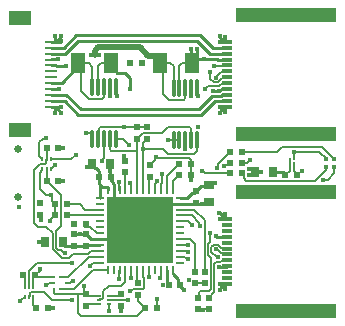
<source format=gbr>
%TF.GenerationSoftware,Altium Limited,Altium Designer,23.5.1 (21)*%
G04 Layer_Physical_Order=1*
G04 Layer_Color=255*
%FSLAX45Y45*%
%MOMM*%
%TF.SameCoordinates,8EFB5E64-3944-4511-97F7-C7C57B94F044*%
%TF.FilePolarity,Positive*%
%TF.FileFunction,Copper,L1,Top,Signal*%
%TF.Part,CustomerPanel*%
G01*
G75*
%TA.AperFunction,ConnectorPad*%
%ADD10R,0.85000X0.30000*%
%ADD11R,1.05000X0.28000*%
%TA.AperFunction,SMDPad,CuDef*%
%ADD12R,0.60000X0.60000*%
%ADD13R,0.60000X0.60000*%
%ADD14R,0.70000X0.90000*%
%ADD15R,0.20000X0.35000*%
G04:AMPARAMS|DCode=16|XSize=1.45mm|YSize=0.3mm|CornerRadius=0.0495mm|HoleSize=0mm|Usage=FLASHONLY|Rotation=90.000|XOffset=0mm|YOffset=0mm|HoleType=Round|Shape=RoundedRectangle|*
%AMROUNDEDRECTD16*
21,1,1.45000,0.20100,0,0,90.0*
21,1,1.35100,0.30000,0,0,90.0*
1,1,0.09900,0.10050,0.67550*
1,1,0.09900,0.10050,-0.67550*
1,1,0.09900,-0.10050,-0.67550*
1,1,0.09900,-0.10050,0.67550*
%
%ADD16ROUNDEDRECTD16*%
%TA.AperFunction,BGAPad,CuDef*%
%ADD17C,0.25000*%
%TA.AperFunction,SMDPad,CuDef*%
%ADD18R,0.32000X0.32000*%
%ADD19R,0.35000X0.20000*%
%ADD20R,5.60000X5.60000*%
%ADD21O,0.25000X0.80000*%
%ADD22O,0.80000X0.25000*%
%ADD23C,0.20800*%
%ADD24R,0.90000X0.70000*%
%ADD25R,1.30000X1.80000*%
%TA.AperFunction,Conductor*%
%ADD26C,0.12700*%
%ADD27C,0.25400*%
%ADD28C,0.50800*%
%TA.AperFunction,ConnectorPad*%
%ADD29R,8.50000X1.20000*%
%ADD30R,1.95000X1.20000*%
%TA.AperFunction,ComponentPad*%
%ADD31C,0.65000*%
%TA.AperFunction,ViaPad*%
%ADD32C,0.45000*%
%ADD33C,0.50000*%
D10*
X2707500Y3374997D02*
D03*
Y3324997D02*
D03*
Y3274997D02*
D03*
Y3224997D02*
D03*
Y3174997D02*
D03*
Y3124997D02*
D03*
Y3074997D02*
D03*
Y3024997D02*
D03*
Y2974997D02*
D03*
Y2924997D02*
D03*
Y2874997D02*
D03*
Y2824997D02*
D03*
Y1324997D02*
D03*
Y1374997D02*
D03*
Y1424997D02*
D03*
Y1474997D02*
D03*
Y1524997D02*
D03*
Y1574997D02*
D03*
Y1624997D02*
D03*
Y1674997D02*
D03*
Y1724997D02*
D03*
Y1774997D02*
D03*
Y1824997D02*
D03*
Y1874997D02*
D03*
D11*
X1215000Y3374997D02*
D03*
Y3324997D02*
D03*
Y3274997D02*
D03*
Y3224997D02*
D03*
Y3174997D02*
D03*
Y3124997D02*
D03*
Y3074997D02*
D03*
Y3024997D02*
D03*
Y2974997D02*
D03*
Y2924997D02*
D03*
Y2874997D02*
D03*
Y2824997D02*
D03*
D12*
X1410000Y1829997D02*
D03*
X1510000D02*
D03*
X1177500Y2197497D02*
D03*
X1277500D02*
D03*
X2830000Y2352497D02*
D03*
X2730000D02*
D03*
X2830000Y2442497D02*
D03*
X2730000D02*
D03*
X3200000Y2249997D02*
D03*
X3300000D02*
D03*
X1620000Y2229997D02*
D03*
X1720000D02*
D03*
X1177500Y2477497D02*
D03*
X1277500D02*
D03*
X2310000Y1319997D02*
D03*
X2210000D02*
D03*
X2830000Y2262497D02*
D03*
X2730000D02*
D03*
X1190000Y1119997D02*
D03*
X1090000D02*
D03*
X2400000Y2249997D02*
D03*
X2300000D02*
D03*
X2400000Y2339997D02*
D03*
X2300000D02*
D03*
X1250000Y1909997D02*
D03*
X1350000D02*
D03*
X1250000Y1999997D02*
D03*
X1350000D02*
D03*
X2110000Y1119997D02*
D03*
X2010000D02*
D03*
X1885000Y3194997D02*
D03*
X1985000D02*
D03*
X1080000Y1399997D02*
D03*
X980000D02*
D03*
D13*
X1510000Y1649997D02*
D03*
Y1749997D02*
D03*
X2430000Y1429997D02*
D03*
Y1329997D02*
D03*
X1810000Y1139997D02*
D03*
Y1239997D02*
D03*
X2550000Y1209997D02*
D03*
Y1109997D02*
D03*
X1125000Y2007497D02*
D03*
Y1907497D02*
D03*
X2050000Y2229997D02*
D03*
Y2329997D02*
D03*
X2030000Y2649997D02*
D03*
Y2549997D02*
D03*
X1940000D02*
D03*
Y2649997D02*
D03*
X2440000Y2109997D02*
D03*
Y2009997D02*
D03*
X1410000Y1649997D02*
D03*
Y1749997D02*
D03*
X1510000Y1239997D02*
D03*
Y1139997D02*
D03*
X1950000Y1229997D02*
D03*
Y1329997D02*
D03*
X1840000Y2269997D02*
D03*
Y2369997D02*
D03*
X2460000Y1209997D02*
D03*
Y1109997D02*
D03*
X2520000Y1329997D02*
D03*
Y1429997D02*
D03*
D14*
X2945000Y2269997D02*
D03*
X3095000D02*
D03*
X1165000Y1679997D02*
D03*
X1315000D02*
D03*
X1715000Y2339997D02*
D03*
X1565000D02*
D03*
D15*
X1065000Y1302497D02*
D03*
X1030000D02*
D03*
X995000D02*
D03*
X1065000Y1217497D02*
D03*
X1030000D02*
D03*
X995000D02*
D03*
X1212500Y2379997D02*
D03*
X1177500D02*
D03*
X1142500D02*
D03*
X1212500Y2294997D02*
D03*
X1177500D02*
D03*
X1142500D02*
D03*
D16*
X2252500Y2987497D02*
D03*
X2302500D02*
D03*
X2352500D02*
D03*
X2402500D02*
D03*
X2452500D02*
D03*
Y2547497D02*
D03*
X2402500D02*
D03*
X2352500D02*
D03*
X2302500D02*
D03*
X2252500D02*
D03*
X1562500Y2994997D02*
D03*
X1612500D02*
D03*
X1662500D02*
D03*
X1712500D02*
D03*
X1762500D02*
D03*
Y2554997D02*
D03*
X1712500D02*
D03*
X1662500D02*
D03*
X1612500D02*
D03*
X1562500D02*
D03*
D17*
X1240000Y1279997D02*
D03*
Y1329997D02*
D03*
Y1379997D02*
D03*
X1290000Y1279997D02*
D03*
Y1379997D02*
D03*
X1340000Y1279997D02*
D03*
Y1329997D02*
D03*
Y1379997D02*
D03*
D18*
X3547000Y2316997D02*
D03*
X3613000D02*
D03*
X3547000Y2382997D02*
D03*
X3613000D02*
D03*
D19*
X1617500Y1224997D02*
D03*
Y1189997D02*
D03*
Y1154997D02*
D03*
X1702500Y1224997D02*
D03*
Y1189997D02*
D03*
Y1154997D02*
D03*
D20*
X1970000Y1779997D02*
D03*
D21*
X1695000Y2119997D02*
D03*
X1745000D02*
D03*
X1795000D02*
D03*
X1845000D02*
D03*
X1895000D02*
D03*
X1945000D02*
D03*
X1995000D02*
D03*
X2045000D02*
D03*
X2095000D02*
D03*
X2145000D02*
D03*
X2195000D02*
D03*
X2245000D02*
D03*
Y1439997D02*
D03*
X2195000D02*
D03*
X2145000D02*
D03*
X2095000D02*
D03*
X2045000D02*
D03*
X1995000D02*
D03*
X1945000D02*
D03*
X1895000D02*
D03*
X1845000D02*
D03*
X1795000D02*
D03*
X1745000D02*
D03*
X1695000D02*
D03*
D22*
X2310000Y2054997D02*
D03*
Y2004997D02*
D03*
Y1954997D02*
D03*
Y1904997D02*
D03*
Y1854997D02*
D03*
Y1804997D02*
D03*
Y1754997D02*
D03*
Y1704997D02*
D03*
Y1654997D02*
D03*
Y1604997D02*
D03*
Y1554997D02*
D03*
Y1504997D02*
D03*
X1630000D02*
D03*
Y1554997D02*
D03*
Y1604997D02*
D03*
Y1654997D02*
D03*
Y1704997D02*
D03*
Y1754997D02*
D03*
Y1804997D02*
D03*
Y1854997D02*
D03*
Y1904997D02*
D03*
Y1954997D02*
D03*
Y2004997D02*
D03*
Y2054997D02*
D03*
D23*
X3235000Y2384997D02*
D03*
X3270000D02*
D03*
X3235000Y2349997D02*
D03*
X3270000D02*
D03*
D24*
X2550000Y2014997D02*
D03*
Y2164997D02*
D03*
D25*
X1722500Y3192497D02*
D03*
X1447500D02*
D03*
X2412500Y3194997D02*
D03*
X2137500D02*
D03*
D26*
X1505000Y1809997D02*
X1547500D01*
X2550000Y1209997D02*
X2594450Y1254447D01*
Y1491947D01*
X2480000Y1267497D02*
X2552500D01*
X2569050Y1284047D02*
Y1545947D01*
X2552500Y1267497D02*
X2569050Y1284047D01*
X2460000Y1209997D02*
X2465000Y1214997D01*
Y1252497D01*
X2480000Y1267497D01*
X2477500Y1109997D02*
X2567500D01*
X1225000Y1189997D02*
X1390000D01*
X1471550Y1053447D02*
X1943450D01*
X1442500Y1082497D02*
X1471550Y1053447D01*
X1702500Y1099997D02*
Y1154997D01*
X1943450Y1053447D02*
X2010000Y1119997D01*
X1115000Y2407497D02*
Y2524997D01*
Y2407497D02*
X1131350Y2391147D01*
X1115000Y2524997D02*
X1143320Y2553317D01*
X1131350Y2391147D02*
X1138850D01*
X1143320Y2553317D02*
X1168319D01*
X1172500Y2557497D01*
X1067500Y1844997D02*
Y2287497D01*
X1120000Y2339997D02*
X1162500D01*
X1067500Y2287497D02*
X1120000Y2339997D01*
X1067500Y1844997D02*
X1107500Y1804997D01*
X1175000D01*
X1995000Y2467497D02*
X2162500D01*
X2205000Y2424997D02*
X2422500D01*
X2162500Y2467497D02*
X2205000Y2424997D01*
X2100000Y2397497D02*
X2102500Y2394997D01*
X2382500D01*
X1828750Y2657497D02*
X2022500D01*
X1635000D02*
X1828750D01*
X2140000Y1374997D02*
X2142646Y1377644D01*
Y1437644D01*
X2145000Y1439997D01*
X2877500Y2352497D02*
X2902500Y2377497D01*
X3487500Y2442497D02*
X3547500Y2382497D01*
X2312353Y1602644D02*
X2361113D01*
X2368760Y1594997D01*
X2377500D01*
X2310035Y1655033D02*
X2377312D01*
X2377348Y1655068D01*
X2354648Y1541177D02*
X2371320D01*
X2377500Y1534997D01*
X2392500Y1704997D02*
X2430000Y1667497D01*
X1642500Y2364997D02*
Y2373737D01*
X1662500Y2393737D01*
X1565000Y2339997D02*
Y2349997D01*
X1562500Y2554997D02*
Y2593847D01*
X1507500Y2602497D02*
X1553850D01*
X1562500Y2593847D01*
X1212500Y2294997D02*
Y2302497D01*
X1246320Y2326317D02*
X1252500Y2332497D01*
X1236319Y2326317D02*
X1246320D01*
X1212500Y2302497D02*
X1236319Y2326317D01*
X1080000Y1399997D02*
X1118819Y1438817D01*
Y1448817D01*
X1125000Y1454997D01*
X1030000Y1436938D02*
X1095559Y1502497D01*
X1395000D01*
X1030000Y1302497D02*
Y1436938D01*
X1208449Y2079047D02*
X1212500Y2074997D01*
X1170950Y2079047D02*
X1208449D01*
X1120000Y2129997D02*
X1170950Y2079047D01*
X1226350Y2023647D02*
X1250000Y1999997D01*
X1226350Y2023647D02*
Y2052406D01*
X1212500Y2066256D02*
X1226350Y2052406D01*
X1212500Y2066256D02*
Y2074997D01*
X1385000Y2379997D02*
X1425000Y2419997D01*
X1212500Y2379997D02*
X1385000D01*
X2050000Y2329997D02*
X2093820Y2373817D01*
Y2391317D01*
X2100000Y2397497D01*
X1995000Y2119997D02*
Y2467497D01*
Y2514997D01*
X1725000Y2452497D02*
X1945000D01*
X1945000D01*
X1712500Y2464997D02*
X1725000Y2452497D01*
X1662500Y2393737D02*
Y2554997D01*
X1495000Y1254997D02*
X1510000Y1239997D01*
X1495000Y1254997D02*
Y1309997D01*
X1340000Y1279997D02*
X1406240D01*
X1566239Y1439997D02*
X1695000D01*
X1406240Y1279997D02*
X1566239Y1439997D01*
X1216180Y1876177D02*
X1250000Y1909997D01*
X1216180Y1861177D02*
Y1876177D01*
X1210000Y1854997D02*
X1216180Y1861177D01*
X1532500Y1554997D02*
X1630000D01*
X1545000Y1479997D02*
X1545950D01*
X1570950Y1504997D01*
X1630000D01*
X1357500Y1379997D02*
X1532500Y1554997D01*
X1340000Y1379997D02*
X1357500D01*
X1298359Y1612117D02*
X1325479Y1584997D01*
X1330000D01*
X1227500Y1624635D02*
X1309638Y1542497D01*
X1364939D02*
X1402839Y1580397D01*
X1309638Y1542497D02*
X1364939D01*
X1275939Y1612117D02*
X1298359D01*
X1702500Y1189997D02*
X1868966D01*
X1792815Y1372812D02*
Y1437812D01*
X1790630Y1370627D02*
X1792815Y1372812D01*
Y1437812D02*
X1795000Y1439997D01*
X1792646Y2122350D02*
Y2187350D01*
X1842044Y2153781D02*
Y2267953D01*
Y2153781D02*
X1845000Y2150826D01*
X1790000Y2189997D02*
X1792646Y2187350D01*
X1883594Y2169851D02*
X1892646Y2160799D01*
X1883594Y2169851D02*
Y2178592D01*
X1892646Y2122350D02*
Y2160799D01*
X1840000Y2269997D02*
X1842044Y2267953D01*
X1892646Y2122350D02*
X1895000Y2119997D01*
X1845000D02*
Y2150826D01*
X2145000Y2119997D02*
X2147353Y2122350D01*
Y2169718D01*
X2157500Y2179865D01*
Y2254997D01*
X2095000Y2119997D02*
Y2173749D01*
X2114984Y2193734D01*
Y2196110D01*
X2195000Y2234997D02*
X2300000Y2339997D01*
X2195000Y2119997D02*
Y2234997D01*
X1255000Y1772497D02*
X1299050Y1816547D01*
X1297500Y2069997D02*
Y2077497D01*
X1175000Y1804997D02*
X1227500Y1752497D01*
X1297500Y2069997D02*
X1299050Y2068447D01*
Y1816547D02*
Y2068447D01*
X1177500Y2197497D02*
X1297500Y2077497D01*
X1227500Y1624635D02*
Y1752497D01*
X1255000Y1633056D02*
Y1772497D01*
Y1633056D02*
X1275939Y1612117D01*
X1402839Y1580397D02*
X1527341D01*
X1551941Y1604997D01*
X1602500Y1754997D02*
X1630000D01*
X1547500Y1809997D02*
X1602500Y1754997D01*
X1350000Y1909997D02*
X1352500Y1912497D01*
X1435000D01*
X1442500Y1904997D02*
X1630000D01*
X1435000Y1912497D02*
X1442500Y1904997D01*
X1350000Y1999997D02*
X1457500D01*
X1502500Y1954997D01*
X1630000D01*
X1175000Y2377497D02*
X1177500Y2379997D01*
X1175000Y2352497D02*
Y2377497D01*
X1162500Y2339997D02*
X1175000Y2352497D01*
X1551941Y1604997D02*
X1630000D01*
X1157500Y1257497D02*
X1225000Y1189997D01*
X1885701Y1267912D02*
X1894442D01*
X1905577Y1279047D01*
X1985991D01*
X1042500Y1257497D02*
X1157500D01*
X1033650Y1248647D02*
X1042500Y1257497D01*
X1030000Y1217497D02*
X1033650Y1221147D01*
Y1248647D01*
X1985991Y1279047D02*
X1989720Y1282777D01*
X1990279D01*
X2002500Y1294997D01*
Y1373447D01*
X1995000Y1380947D02*
Y1439997D01*
Y1380947D02*
X2002500Y1373447D01*
X1442500Y1239997D02*
X1510000D01*
X1247500D02*
X1442500D01*
Y1082497D02*
Y1239997D01*
X1240000Y1247497D02*
X1247500Y1239997D01*
X1240000Y1247497D02*
Y1279997D01*
X2516240Y2262497D02*
X2730000D01*
X2498740Y2279997D02*
X2516240Y2262497D01*
X2490000Y2279997D02*
X2498740D01*
X2377500Y1854997D02*
X2405000Y1827497D01*
X2405400D01*
X2310000Y1654997D02*
X2310035Y1655033D01*
X2110000Y1119997D02*
X2115000Y1124997D01*
Y1194997D01*
X2628680Y2341177D02*
X2730000Y2442497D01*
X2628680Y2316177D02*
Y2341177D01*
X2622500Y2309997D02*
X2628680Y2316177D01*
X2706350Y2328847D02*
X2730000Y2352497D01*
X2683850Y2328847D02*
X2706350D01*
X2680000Y2324997D02*
X2683850Y2328847D01*
X2867500Y2199997D02*
X3451239D01*
X2830000Y2262497D02*
X2846610Y2245886D01*
Y2220887D02*
Y2245886D01*
Y2220887D02*
X2867500Y2199997D01*
X2558399Y1758396D02*
X2560000Y1756796D01*
X2425000Y1954997D02*
X2516849Y1863148D01*
Y1659198D02*
Y1863148D01*
X2518450Y1431547D02*
Y1657597D01*
X2516849Y1659198D02*
X2518450Y1657597D01*
X2560000Y1677221D02*
Y1756796D01*
X2594450Y1491947D02*
X2611826Y1509323D01*
X2545550Y1569447D02*
X2569050Y1545947D01*
X2671350Y1583647D02*
X2680000Y1574997D01*
X2612500Y1617497D02*
X2620210D01*
X2654060Y1583647D02*
X2671350D01*
X2680000Y1574997D02*
X2707500D01*
X2645285Y1509323D02*
X2652309Y1516347D01*
X2620210Y1617497D02*
X2654060Y1583647D01*
X2611826Y1509323D02*
X2645285D01*
X2570950Y1599257D02*
X2619334Y1550873D01*
X2652309Y1516347D02*
X2698850D01*
X2619334Y1550873D02*
X2628074D01*
X2545550Y1569447D02*
Y1662771D01*
X2560000Y1677221D01*
X2518450Y1431547D02*
X2520000Y1429997D01*
X2830000Y2352497D02*
X2877500D01*
X3451239Y2199997D02*
X3540849Y2289607D01*
Y2310847D02*
X3547000Y2316997D01*
X3540849Y2289607D02*
Y2310847D01*
X3613000Y2265497D02*
Y2316997D01*
X3556550Y2209047D02*
X3613000Y2265497D01*
X3515000Y2204997D02*
X3519050Y2209047D01*
X3556550D01*
X3511950Y2484047D02*
X3613000Y2382997D01*
X3169050Y2484047D02*
X3511950D01*
X3272500Y2442497D02*
X3487500D01*
X3127500D02*
X3169050Y2484047D01*
X2830000Y2442497D02*
X3127500D01*
X2310000Y1604997D02*
X2312353Y1602644D01*
X2310000Y1554997D02*
X2340828D01*
X2354648Y1541177D01*
X2045000Y1379997D02*
Y1439997D01*
X1892646Y1437644D02*
X1895000Y1439997D01*
X1892646Y1379869D02*
Y1437644D01*
X1888516Y1375739D02*
X1892646Y1379869D01*
X1845000Y1342497D02*
Y1439997D01*
X1810000Y1307497D02*
X1845000Y1342497D01*
X2310000Y1904997D02*
X2405000D01*
X2469570Y1817927D02*
X2475000Y1812497D01*
X2469570Y1817927D02*
Y1840427D01*
X2405000Y1904997D02*
X2469570Y1840427D01*
X2310000Y1954997D02*
X2425000D01*
X2430000Y1329997D02*
X2520000D01*
X2570950Y1599257D02*
Y1634707D01*
X2595289Y1659047D01*
X2629710D02*
X2655110Y1633647D01*
X2595289Y1659047D02*
X2629710D01*
X2698850Y1633647D02*
X2707500Y1624997D01*
X2655110Y1633647D02*
X2698850D01*
Y1516347D02*
X2707500Y1524997D01*
X2310000Y1854997D02*
X2377500D01*
X2310000Y1704997D02*
X2392500D01*
X2430000Y1429997D02*
Y1667497D01*
X1950000Y1179997D02*
Y1229997D01*
Y1179997D02*
X2010000Y1119997D01*
X2382500Y2394997D02*
X2400000Y2377497D01*
Y2339997D02*
Y2377497D01*
Y2249997D02*
Y2339997D01*
X2422500Y2424997D02*
X2452500Y2454997D01*
X2207500Y2542497D02*
X2297500D01*
X2302500Y2547497D01*
X1945000Y2452497D02*
Y2544997D01*
Y2119997D02*
Y2452497D01*
X1762500Y2554997D02*
X1822500D01*
X1876250Y2501247D01*
X2452500Y2454997D02*
Y2547497D01*
X2402500D02*
X2402500Y2547497D01*
Y2637497D01*
X2207500Y2652497D02*
X2387500D01*
X2402500Y2637497D01*
X2155000Y2599997D02*
X2207500Y2652497D01*
X1940000Y2549997D02*
X1990000Y2599997D01*
X2155000D01*
X1712500Y2464997D02*
Y2554997D01*
X2022500Y2657497D02*
X2030000Y2649997D01*
X1612500Y2554997D02*
X1621150Y2563647D01*
Y2643647D01*
X1635000Y2657497D01*
X2674229Y3019226D02*
X2701729D01*
X1250000Y1909997D02*
Y1999997D01*
X1120000Y2129997D02*
Y2264997D01*
X1142500Y2287497D02*
Y2294997D01*
X1120000Y2264997D02*
X1142500Y2287497D01*
X1177500Y2197497D02*
Y2294997D01*
X1142500Y2379997D02*
Y2387497D01*
X1138850Y2391147D02*
X1142500Y2387497D01*
X1177500Y2379997D02*
Y2477497D01*
X3270000Y2384997D02*
Y2439997D01*
X3272500Y2442497D01*
X3235000Y2284997D02*
Y2349997D01*
X3200000Y2249997D02*
X3235000Y2284997D01*
Y2349997D02*
Y2384997D01*
X3270000Y2279997D02*
Y2349997D01*
Y2279997D02*
X3300000Y2249997D01*
X1065000Y1144997D02*
Y1217497D01*
Y1144997D02*
X1090000Y1119997D01*
X995000Y1210986D02*
Y1217497D01*
X991350Y1207336D02*
X995000Y1210986D01*
X979840Y1207336D02*
X991350D01*
X952500Y1179997D02*
X979840Y1207336D01*
X952500Y1179997D02*
X952500D01*
X995000Y1302497D02*
Y1384997D01*
X980000Y1399997D02*
X995000Y1384997D01*
X1065000Y1302497D02*
Y1384997D01*
X1080000Y1399997D01*
X1100000Y1379997D02*
X1240000D01*
X1080000Y1399997D02*
X1100000Y1379997D01*
X1196240Y1329997D02*
X1240000D01*
X1183740Y1317497D02*
X1196240Y1329997D01*
X1175000Y1317497D02*
X1183740D01*
X1340000Y1329997D02*
X1373760D01*
X1393759Y1349997D01*
X1402500D01*
X1290000Y1379997D02*
X1340000D01*
X1290000Y1279997D02*
X1340000D01*
X1657500Y1262497D02*
X1702500Y1307497D01*
X1810000D01*
X1657500Y1204997D02*
Y1262497D01*
X1617500Y1189997D02*
X1621150Y1193647D01*
X1646150D01*
X1657500Y1204997D01*
X1524999Y1154997D02*
X1617500D01*
X1510000Y1139997D02*
X1524999Y1154997D01*
X1525000Y1224997D02*
X1617500D01*
X1510000Y1239997D02*
X1525000Y1224997D01*
X1702500D02*
X1795000D01*
X1810000Y1239997D01*
X1940000Y2549997D02*
X1945000Y2544997D01*
X1995000Y2514997D02*
X2030000Y2549997D01*
X2245000Y2119997D02*
Y2194997D01*
X2300000Y2249997D01*
X2045000Y2119997D02*
Y2224997D01*
X2050000Y2229997D01*
X1792646Y2122350D02*
X1795000Y2119997D01*
X1945000Y1334997D02*
Y1439997D01*
Y1334997D02*
X1950000Y1329997D01*
X2556319Y3113817D02*
X2562500Y3119997D01*
Y3059997D02*
Y3119997D01*
X2325000Y3194997D02*
X2412500D01*
X2515000Y2974997D02*
X2545150Y3005147D01*
X2638871D01*
X2600061Y3173177D02*
X2705680D01*
X2596280Y3169397D02*
X2600061Y3173177D01*
X2638871Y3005147D02*
X2650071Y3016347D01*
X2671350D01*
X2674229Y3019226D01*
X2664150Y3066347D02*
X2698850D01*
X2629150Y3031347D02*
X2664150Y3066347D01*
X2611939Y3072897D02*
Y3075557D01*
X2654919Y3118537D01*
X2562500Y3059997D02*
X2591150Y3031347D01*
X2629150D01*
X2705680Y3173177D02*
X2707500Y3174997D01*
X2654919Y3118537D02*
X2701040D01*
X2707500Y3124997D01*
X2698850Y3066347D02*
X2707500Y3074997D01*
X1447500Y3192497D02*
X1535000D01*
X1562500Y2994997D02*
Y3164997D01*
X1535000Y3192497D02*
X1562500Y3164997D01*
X1635000Y3192497D02*
X1722500D01*
X1612500Y2994997D02*
Y3169997D01*
X1635000Y3192497D01*
X2302500Y2987497D02*
Y3172497D01*
X2325000Y3194997D01*
X2137500D02*
X2225000D01*
X2252500Y2987497D02*
Y3167497D01*
X2225000Y3194997D02*
X2252500Y3167497D01*
X2137500Y3194997D02*
X2165000Y3167497D01*
Y2932497D02*
Y3167497D01*
Y2932497D02*
X2212500Y2884997D01*
X1447500Y3192497D02*
X1467500Y3172497D01*
Y2957497D02*
Y3172497D01*
Y2957497D02*
X1532500Y2892497D01*
X2337500Y2884997D02*
X2352500Y2899997D01*
Y2987497D01*
X2212500Y2884997D02*
X2337500D01*
X1532500Y2892497D02*
X1647500D01*
X1662500Y2907497D02*
Y2994997D01*
X1647500Y2892497D02*
X1662500Y2907497D01*
D27*
X2195200Y1334797D02*
X2210000Y1319997D01*
X2195200Y1334797D02*
Y1439797D01*
X2302500Y1312497D02*
X2337500Y1277497D01*
X2308950Y1321047D02*
X2311050D01*
X1715000Y2214997D02*
X1742100Y2187897D01*
X1715000Y2214997D02*
Y2339997D01*
X1745000Y2004997D02*
Y2119997D01*
X1744800Y2120197D02*
X1745000Y2119997D01*
X1742100Y2170156D02*
X1744800Y2167456D01*
Y2120197D02*
Y2167456D01*
X1742100Y2170156D02*
Y2187897D01*
X2690000Y1877297D02*
Y1916546D01*
X2642500Y1924997D02*
X2677700Y1889797D01*
X2640000Y1924997D02*
X2642500D01*
X2705200Y1472697D02*
X2707500Y1474997D01*
X2650228Y1472697D02*
X2705200D01*
X2645304Y1467773D02*
X2650228Y1472697D01*
X2640000Y1467773D02*
X2645304D01*
X2642500Y1274997D02*
X2646250Y1278748D01*
X2641370Y1323627D02*
X2642055Y1324312D01*
X2646250Y1278748D02*
Y1291248D01*
X2679315Y1324312D01*
X2642055D02*
X2679315D01*
X2706250Y1726247D02*
X2707500Y1724997D01*
X2616250Y1726247D02*
X2706250D01*
X2615000Y1727497D02*
X2616250Y1726247D01*
X1215000Y3026297D02*
X1306300D01*
X1249400Y3376297D02*
Y3426297D01*
X1246900Y2775597D02*
X1247500Y2774997D01*
X1274876Y3225889D02*
X1275768Y3226782D01*
X1215000Y3226297D02*
X1254392D01*
X2690000Y3377297D02*
Y3416546D01*
X2642055Y2824312D02*
X2677700D01*
X2690000Y2783448D02*
Y2822697D01*
X2642055Y1875682D02*
X2691614D01*
X2686249Y1920296D02*
X2690000Y1916546D01*
Y1283448D02*
Y1322697D01*
X2679315Y1324312D02*
X2691615D01*
X3095000Y2269997D02*
X3180000D01*
X3200000Y2249997D01*
X2440000Y2109997D02*
X2484679Y2154676D01*
X2422700Y2092697D02*
X2440000Y2109997D01*
X1620000Y2229997D02*
Y2284997D01*
X1597300Y2307697D02*
X1620000Y2284997D01*
X1587300Y2307697D02*
X1597300D01*
X1565000Y2329997D02*
X1587300Y2307697D01*
X1565000Y2329997D02*
Y2339997D01*
X1633849Y2161147D02*
X1647699Y2147297D01*
X1620000Y2174997D02*
X1633849Y2161147D01*
X1630000Y2054997D02*
Y2157298D01*
X1633849Y2161147D01*
X1620000Y2174997D02*
Y2229997D01*
X1695000Y2119997D02*
Y2147098D01*
X1694800Y2147297D02*
X1695000Y2147098D01*
X1647699Y2147297D02*
X1694800D01*
X2292700Y1337297D02*
Y1365197D01*
Y1337297D02*
X2308950Y1321047D01*
X2245200Y1412697D02*
X2292700Y1365197D01*
X2195000Y1439997D02*
X2195200Y1439797D01*
X2310200Y2055197D02*
X2367379D01*
X2404879Y2092697D02*
X2422700D01*
X2367379Y2055197D02*
X2404879Y2092697D01*
X2310000Y2054997D02*
X2310200Y2055197D01*
X2539678Y2154676D02*
X2550000Y2164997D01*
X2484679Y2154676D02*
X2539678D01*
X2310200Y2005197D02*
X2540200D01*
X2310000Y2004997D02*
X2310200Y2005197D01*
X2540200D02*
X2550000Y2014997D01*
X2080000Y1889997D02*
X2195000Y2004997D01*
X1970000Y1779997D02*
X2080000Y1889997D01*
X2195000Y2004997D02*
X2310000D01*
X1695963Y1705197D02*
X1770763Y1779997D01*
X1860000Y1889997D02*
X1970000Y1779997D01*
X1750000Y1999997D02*
X1860000Y1889997D01*
X1745000Y2004997D02*
X1750000Y1999997D01*
X1860000Y1779997D02*
X1970000D01*
X1770763D02*
X1860000D01*
X1630000Y1704997D02*
X1630200Y1705197D01*
X1695963D01*
X1510000Y1649997D02*
X1514800Y1654797D01*
X1629800D01*
X1630000Y1654997D01*
X1410000Y1649997D02*
X1510000D01*
X1337300D02*
X1410000D01*
X1315000Y1672297D02*
Y1679997D01*
Y1672297D02*
X1337300Y1649997D01*
X1510000Y1749997D02*
X1554800Y1705197D01*
X1629800D01*
X1630000Y1704997D01*
X1460000Y1749997D02*
X1510000D01*
X1410000D02*
X1460000D01*
X1341849Y3173947D02*
X1342900Y3172897D01*
X1253750Y3174997D02*
X1254800Y3173947D01*
X1341849D01*
X1430000Y3432497D02*
X2477500D01*
X2402500Y3204997D02*
Y3312497D01*
X2455000Y3384997D02*
X2565000Y3274997D01*
X2585000Y3324997D02*
X2624999D01*
X2452500Y3234997D02*
Y3312497D01*
X2477500Y3432497D02*
X2585000Y3324997D01*
X2565000Y3274997D02*
X2707500D01*
X2624999Y3324997D02*
X2625000Y3324997D01*
X1445000Y3384997D02*
X2455000D01*
X2402500Y3204997D02*
X2412500Y3194997D01*
X2447500Y3229997D02*
X2452500Y3234997D01*
X2412500Y3194997D02*
X2447500Y3229997D01*
X2512500D01*
X2637500Y2962497D02*
X2642804D01*
X2587500D02*
X2637500D01*
X2467500Y2804997D02*
X2577100Y2914597D01*
X2657341D01*
X2665441Y2922697D01*
X2653004Y2972697D02*
X2705200D01*
X2642804Y2962497D02*
X2653004Y2972697D01*
X2665441Y2922697D02*
X2705200D01*
X1335000Y3274997D02*
X1445000Y3384997D01*
X1322500Y3324997D02*
X1430000Y3432497D01*
X1330000Y2874997D02*
X1447500Y2757497D01*
X2487500D02*
X2605000Y2874997D01*
X1447500Y2757497D02*
X2487500D01*
X1465000Y2804997D02*
X2467500D01*
X1345000Y2924997D02*
X1465000Y2804997D01*
X1215000Y3274997D02*
X1253538D01*
X1335000D01*
X1215000Y2974997D02*
X1280000D01*
X2705200Y2972697D02*
X2707500Y2974997D01*
X2705200Y2922697D02*
X2707500Y2924997D01*
X2512500Y3229997D02*
X2620339D01*
X2625339Y3224997D02*
X2707500D01*
X1215000Y3174997D02*
X1253750D01*
X2620339Y3229997D02*
X2625339Y3224997D01*
X2691614Y1875682D02*
X2706815D01*
X2690000Y1877297D02*
X2691614Y1875682D01*
X2706815D02*
X2707500Y1874997D01*
X2641370Y1876367D02*
X2642055Y1875682D01*
X2691615Y1324312D02*
X2692300Y1324997D01*
X2690000Y1322697D02*
X2691615Y1324312D01*
X2692300Y1324997D02*
X2707500D01*
X2646250Y2791248D02*
X2677700Y2822697D01*
X2646250Y3408747D02*
X2679315Y3375682D01*
X2691615D01*
X2642055D02*
X2679315D01*
X2646250Y3408747D02*
Y3421247D01*
X2642500Y3424997D02*
X2646250Y3421247D01*
X2690000Y3377297D02*
X2691615Y3375682D01*
X2703585D01*
X2641370Y3376367D02*
X2642055Y3375682D01*
X2677700Y2822697D02*
X2690000D01*
X2646250Y2778748D02*
Y2791248D01*
X2642500Y2774997D02*
X2646250Y2778748D01*
X2641370Y2823627D02*
X2642055Y2824312D01*
X2605000Y2874997D02*
X2707500D01*
X2704270Y3374997D02*
X2707500D01*
X2625000Y3324997D02*
X2707500D01*
X1254800Y3376297D02*
X1295649Y3417147D01*
X1254750Y2823747D02*
X1293750Y2784748D01*
X1254392Y3226297D02*
X1254800Y3225889D01*
X1274876D01*
X1254800Y3376297D02*
X1296900D01*
X1249400D02*
X1254800D01*
X1253500Y3374997D02*
X1254800Y3376297D01*
X1248100Y3374997D02*
X1253500D01*
X1295649Y3417147D02*
Y3422547D01*
X1299400Y3426297D01*
X1248100Y3374997D02*
X1249400Y3376297D01*
X1296900D02*
X1299400Y3378797D01*
X1215600Y3374997D02*
X1248100D01*
X1215000D02*
X1215600D01*
X1215000Y3324997D02*
X1322500D01*
X1254750Y2823747D02*
X1296250D01*
X1246900D02*
X1254750D01*
X1253500Y2824997D02*
X1254750Y2823747D01*
X1215000Y2824997D02*
X1253500D01*
X1293750Y2778747D02*
Y2784748D01*
X1296250Y2823747D02*
X1297500Y2822497D01*
X1246900Y2775597D02*
Y2823747D01*
X1293750Y2778747D02*
X1297500Y2774997D01*
X1215000Y2874997D02*
X1330000D01*
X1215000Y2924997D02*
X1345000D01*
X1215600Y3374997D02*
X1216900Y3376297D01*
X1722500Y3167497D02*
Y3192497D01*
Y3167497D02*
X1774800Y3115197D01*
X1844800D01*
X1887500Y3072497D01*
Y2975397D02*
Y3072497D01*
X1447500Y3167497D02*
Y3192497D01*
X1306300Y3026297D02*
X1447500Y3167497D01*
D28*
X1615000Y3329997D02*
X1965000D01*
X2038168Y3256829D02*
X2097900D01*
X2137500Y3194997D02*
Y3217229D01*
X2097900Y3256829D02*
X2137500Y3217229D01*
X1965000Y3329997D02*
X2038168Y3256829D01*
X1585000Y3267497D02*
Y3299997D01*
X1615000Y3329997D01*
D29*
X3207500Y3604997D02*
D03*
Y2594997D02*
D03*
Y1094997D02*
D03*
Y2104997D02*
D03*
D30*
X950000Y3574997D02*
D03*
Y2624997D02*
D03*
D31*
X932486Y2059973D02*
D03*
X932485Y2464972D02*
D03*
D32*
X1409999Y1829997D02*
D03*
X2502500Y1107497D02*
D03*
X1390000Y1189997D02*
D03*
X1702500Y1099997D02*
D03*
X2460000Y2657497D02*
D03*
X1828750D02*
D03*
X2140000Y1374997D02*
D03*
X2902500Y2377497D02*
D03*
X2377500Y1594997D02*
D03*
Y1534997D02*
D03*
X2377348Y1655068D02*
D03*
X1642500Y2364997D02*
D03*
X1317500Y2477497D02*
D03*
X1507500Y2602497D02*
D03*
X1252500Y2332497D02*
D03*
X1125000Y1454997D02*
D03*
X1212500Y2074997D02*
D03*
X1425000Y2419997D02*
D03*
X2100000Y2397497D02*
D03*
X1832500Y2407497D02*
D03*
X1495000Y1309997D02*
D03*
X1210000Y1854997D02*
D03*
X1545000Y1479997D02*
D03*
X1395000Y1502497D02*
D03*
X1330000Y1584997D02*
D03*
X1868966Y1189997D02*
D03*
X1790630Y1370627D02*
D03*
X1790000Y2189997D02*
D03*
X1883594Y2178592D02*
D03*
X2114984Y2196110D02*
D03*
X2157500Y2254997D02*
D03*
X1885701Y1267912D02*
D03*
X1810000Y1094997D02*
D03*
X2607500Y2177497D02*
D03*
X2490000Y2279997D02*
D03*
X2405400Y1827497D02*
D03*
X2115000Y1194997D02*
D03*
X2680000Y2324997D02*
D03*
X2622500Y2309997D02*
D03*
X2807500Y2104997D02*
D03*
X2640000Y1924997D02*
D03*
X2895110Y2295005D02*
D03*
X2895200Y2244997D02*
D03*
X2992500Y2269997D02*
D03*
X2558399Y1758396D02*
D03*
X2640000Y1467773D02*
D03*
X2628074Y1550873D02*
D03*
X2642500Y1274997D02*
D03*
X2641370Y1323627D02*
D03*
X2615000Y1727497D02*
D03*
X3515000Y2204997D02*
D03*
X2045000Y1379997D02*
D03*
X1888516Y1375739D02*
D03*
X1249400Y3426297D02*
D03*
X1247500Y2774997D02*
D03*
X1275768Y3226782D02*
D03*
X2690000Y3416546D02*
D03*
Y2783448D02*
D03*
X2686249Y1920296D02*
D03*
X2690000Y1283448D02*
D03*
X1000000Y3560397D02*
D03*
X950000D02*
D03*
X900000D02*
D03*
X1000000Y2639597D02*
D03*
X950000D02*
D03*
X900000D02*
D03*
X2382500Y1354997D02*
D03*
X2612500Y1617497D02*
D03*
X2475000Y1812497D02*
D03*
X2400000Y2204997D02*
D03*
X2352500Y2467497D02*
D03*
X2207500Y2542497D02*
D03*
X1995000Y2467497D02*
D03*
X1876250Y2501247D02*
D03*
X1172500Y2557497D02*
D03*
X2402500Y2915490D02*
D03*
X2460195Y2914946D02*
D03*
X3272500Y2442497D02*
D03*
X1232500Y1119997D02*
D03*
X952500Y1179997D02*
D03*
X1175000Y1317497D02*
D03*
X1402500Y1349997D02*
D03*
X3337500Y2282497D02*
D03*
X2162500Y1314997D02*
D03*
X2490000Y2004997D02*
D03*
X1715000Y2277497D02*
D03*
X1317500Y2194997D02*
D03*
X1520000Y2312497D02*
D03*
X2337500Y1277497D02*
D03*
X1115000Y1677497D02*
D03*
X1460000Y1749997D02*
D03*
X1127500Y1862497D02*
D03*
X1125000Y2007497D02*
D03*
X945000Y1979997D02*
D03*
X1885000Y3194997D02*
D03*
X950000Y2592497D02*
D03*
X1000000D02*
D03*
X900000D02*
D03*
X1000000Y3607497D02*
D03*
X900000D02*
D03*
X950000D02*
D03*
X3207500Y1094997D02*
D03*
X3107500D02*
D03*
X3007500D02*
D03*
X2907500D02*
D03*
X2807500D02*
D03*
X3607500D02*
D03*
X3507500D02*
D03*
X3407500D02*
D03*
X3307500D02*
D03*
X3207500Y2104997D02*
D03*
X3107500D02*
D03*
X3007500D02*
D03*
X2907500D02*
D03*
X3607500D02*
D03*
X3507500D02*
D03*
X3407500D02*
D03*
X3307500D02*
D03*
X3207500Y2594997D02*
D03*
X3107500D02*
D03*
X3007500D02*
D03*
X2907500D02*
D03*
X2807500D02*
D03*
X3607500D02*
D03*
X3507500D02*
D03*
X3407500D02*
D03*
X3307500D02*
D03*
Y3604997D02*
D03*
X3407500D02*
D03*
X3507500D02*
D03*
X3607500D02*
D03*
X2807500D02*
D03*
X2907500D02*
D03*
X3007500D02*
D03*
X3107500D02*
D03*
X3207500D02*
D03*
X2562500Y3119997D02*
D03*
X1342900Y3172897D02*
D03*
X1585000Y3299997D02*
D03*
X1550000Y3262497D02*
D03*
X1620000Y3262497D02*
D03*
X2452500Y3312497D02*
D03*
X2402500D02*
D03*
X2512500Y3229997D02*
D03*
X2587500Y2962497D02*
D03*
X2637500D02*
D03*
X2515000Y2974997D02*
D03*
X2596280Y3169397D02*
D03*
X2611939Y3072897D02*
D03*
X2641370Y1876367D02*
D03*
Y2823627D02*
D03*
X2642500Y2774997D02*
D03*
Y3424997D02*
D03*
X2641370Y3376367D02*
D03*
X1299400Y3426297D02*
D03*
Y3378797D02*
D03*
X1297500Y2822497D02*
D03*
Y2774997D02*
D03*
X1887500Y2975397D02*
D03*
X1770189Y2914851D02*
D03*
X1712500Y2915944D02*
D03*
X1985000Y3194997D02*
D03*
X1280000Y2974997D02*
D03*
D33*
X2190000Y1559997D02*
D03*
X2080000D02*
D03*
X1970000D02*
D03*
X1860000D02*
D03*
X1750000D02*
D03*
X2190000Y1669997D02*
D03*
X2080000D02*
D03*
X1970000D02*
D03*
X1860000D02*
D03*
X1750000D02*
D03*
X2190000Y1779997D02*
D03*
X2080000D02*
D03*
X1970000D02*
D03*
X1860000D02*
D03*
X1750000D02*
D03*
X2190000Y1889997D02*
D03*
X2080000D02*
D03*
X1970000D02*
D03*
X1860000D02*
D03*
X1750000D02*
D03*
X2190000Y1999997D02*
D03*
X2080000D02*
D03*
X1970000D02*
D03*
X1860000D02*
D03*
X1750000D02*
D03*
%TF.MD5,cc4ab5ad48a952d7670fa2f05b2a7983*%
M02*

</source>
